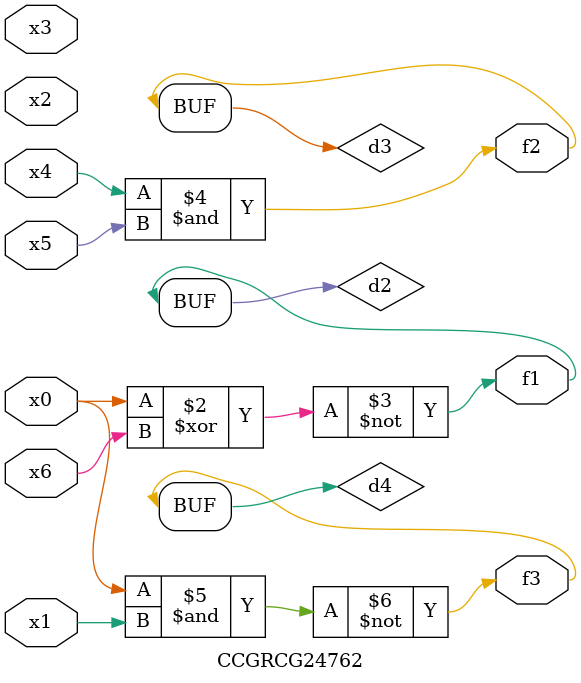
<source format=v>
module CCGRCG24762(
	input x0, x1, x2, x3, x4, x5, x6,
	output f1, f2, f3
);

	wire d1, d2, d3, d4;

	nor (d1, x0);
	xnor (d2, x0, x6);
	and (d3, x4, x5);
	nand (d4, x0, x1);
	assign f1 = d2;
	assign f2 = d3;
	assign f3 = d4;
endmodule

</source>
